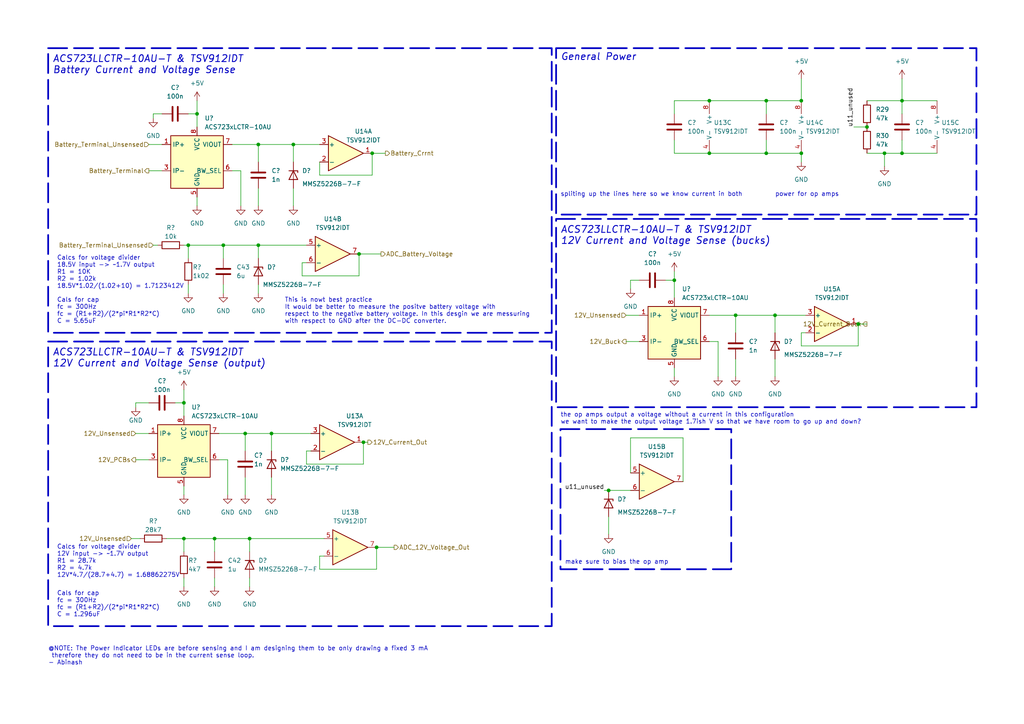
<source format=kicad_sch>
(kicad_sch (version 20230121) (generator eeschema)
  (paper "A4")
  (lib_symbols
    (symbol "Amplifier_Operational:TSV912IDT" (pin_names (offset 0.127))
      (property "Reference" "U" (at 0 5.08 0))
      (property "Value" "TSV912IDT" (at 0 -5.08 0))
      (symbol "TSV912IDT_1_1"
        (polyline (pts (xy -5.08 5.08) (xy 5.08 0) (xy -5.08 -5.08) (xy -5.08 5.08)) (stroke (width 0.254)) (fill (type background)))
        (pin output line (at 7.62 0 180) (length 2.54) (name "~") (number "1"))
        (pin input line (at -7.62 -2.54 0) (length 2.54) (name "-") (number "2"))
        (pin input line (at -7.62 2.54 0) (length 2.54) (name "+") (number "3"))
      )
      (symbol "TSV912IDT_2_1"
        (polyline (pts (xy -5.08 5.08) (xy 5.08 0) (xy -5.08 -5.08) (xy -5.08 5.08)) (stroke (width 0.254)) (fill (type background)))
        (pin input line (at -7.62 2.54 0) (length 2.54) (name "+") (number "5"))
        (pin input line (at -7.62 -2.54 0) (length 2.54) (name "-") (number "6"))
        (pin output line (at 7.62 0 180) (length 2.54) (name "~") (number "7"))
      )
      (symbol "TSV912IDT_3_1"
        (pin power_in line (at -2.54 -7.62 90) (length 3.81) (name "V-") (number "4"))
        (pin power_in line (at -2.54 7.62 270) (length 3.81) (name "V+") (number "8"))
      )
    )
    (symbol "Device:C" (pin_numbers hide) (pin_names (offset 0.254))
      (property "Reference" "C" (at 0.635 2.54 0))
      (property "Value" "C" (at 0.635 -2.54 0))
      (symbol "C_0_1"
        (polyline (pts (xy -2.032 -0.762) (xy 2.032 -0.762)) (stroke (width 0.508)))
        (polyline (pts (xy -2.032 0.762) (xy 2.032 0.762)) (stroke (width 0.508)))
      )
      (symbol "C_1_1"
        (pin passive line (at 0 3.81 270) (length 2.794) (name "~") (number "1"))
        (pin passive line (at 0 -3.81 90) (length 2.794) (name "~") (number "2"))
      )
    )
    (symbol "Device:D_Zener" (pin_numbers hide) (pin_names (offset 1.016) hide)
      (property "Reference" "D" (at 0 2.54 0))
      (property "Value" "D_Zener" (at 0 -2.54 0))
      (symbol "D_Zener_0_1"
        (polyline (pts (xy 1.27 0) (xy -1.27 0)))
        (polyline (pts (xy -1.27 -1.27) (xy -1.27 1.27) (xy -0.762 1.27)) (stroke (width 0.254)))
        (polyline (pts (xy 1.27 -1.27) (xy 1.27 1.27) (xy -1.27 0) (xy 1.27 -1.27)) (stroke (width 0.254)))
      )
      (symbol "D_Zener_1_1"
        (pin passive line (at -3.81 0 0) (length 2.54) (name "K") (number "1"))
        (pin passive line (at 3.81 0 180) (length 2.54) (name "A") (number "2"))
      )
    )
    (symbol "Device:R" (pin_numbers hide) (pin_names (offset 0))
      (property "Reference" "R" (at 2.032 0 90))
      (property "Value" "R" (at 0 0 90))
      (symbol "R_0_1"
        (rectangle (start -1.016 -2.54) (end 1.016 2.54) (stroke (width 0.254)))
      )
      (symbol "R_1_1"
        (pin passive line (at 0 3.81 270) (length 1.27) (name "~") (number "1"))
        (pin passive line (at 0 -3.81 90) (length 1.27) (name "~") (number "2"))
      )
    )
    (symbol "Sensor_Current:ACS723xLCTR-10AU"
      (property "Reference" "U" (at 2.54 11.43 0))
      (property "Value" "ACS723xLCTR-10AU" (at 2.54 8.89 0))
      (symbol "ACS723xLCTR-10AU_0_1"
        (rectangle (start -7.62 7.62) (end 7.62 -7.62) (stroke (width 0.254)) (fill (type background)))
      )
      (symbol "ACS723xLCTR-10AU_1_1"
        (pin passive line (at -10.16 5.08 0) (length 2.54) (name "IP+") (number "1"))
        (pin passive line (at -10.16 5.08 0) (length 2.54) hide (name "IP+") (number "2"))
        (pin passive line (at -10.16 -2.54 0) (length 2.54) (name "IP-") (number "3"))
        (pin passive line (at -10.16 -2.54 0) (length 2.54) hide (name "IP-") (number "4"))
        (pin power_in line (at 0 -10.16 90) (length 2.54) (name "GND") (number "5"))
        (pin input line (at 10.16 -2.54 180) (length 2.54) (name "BW_SEL") (number "6"))
        (pin output line (at 10.16 5.08 180) (length 2.54) (name "VIOUT") (number "7"))
        (pin power_in line (at 0 10.16 270) (length 2.54) (name "VCC") (number "8"))
      )
    )
    (symbol "power:+5V" (power) (pin_names (offset 0))
      (property "Value" "+5V" (at 0 3.556 0))
      (symbol "+5V_0_1"
        (polyline (pts (xy -0.762 1.27) (xy 0 2.54)))
        (polyline (pts (xy 0 0) (xy 0 2.54)))
        (polyline (pts (xy 0 2.54) (xy 0.762 1.27)))
      )
      (symbol "+5V_1_1"
        (pin power_in line (at 0 0 90) (length 0) hide (name "+5V") (number "1"))
      )
    )
    (symbol "power:GND" (power) (pin_names (offset 0))
      (property "Value" "GND" (at 0 -3.81 0))
      (symbol "GND_0_1"
        (polyline (pts (xy 0 0) (xy 0 -1.27) (xy 1.27 -1.27) (xy 0 -2.54) (xy -1.27 -1.27) (xy 0 -1.27)))
      )
      (symbol "GND_1_1"
        (pin power_in line (at 0 0 270) (length 0) hide (name "GND") (number "1"))
      )
    )
  )
  (junction (at 256.54 44.45))
  (junction (at 232.41 44.45))
  (junction (at 107.95 44.45))
  (junction (at 78.74 125.73))
  (junction (at 62.23 156.21))
  (junction (at 57.15 33.02))
  (junction (at 261.62 29.21))
  (junction (at 109.22 158.75))
  (junction (at 105.41 128.27))
  (junction (at 104.14 73.66))
  (junction (at 71.12 125.73))
  (junction (at 222.25 44.45))
  (junction (at 195.58 81.28))
  (junction (at 261.62 44.45))
  (junction (at 248.92 93.98))
  (junction (at 224.79 91.44))
  (junction (at 232.41 29.21))
  (junction (at 205.74 44.45))
  (junction (at 54.61 71.12))
  (junction (at 251.46 36.83))
  (junction (at 213.36 91.44))
  (junction (at 64.77 71.12))
  (junction (at 72.39 156.21))
  (junction (at 74.93 71.12))
  (junction (at 205.74 29.21))
  (junction (at 176.53 142.24))
  (junction (at 53.34 116.84))
  (junction (at 222.25 29.21))
  (junction (at 74.93 41.91))
  (junction (at 53.34 156.21))
  (junction (at 85.09 41.91))
  (wire (pts (xy 208.28 99.06) (xy 208.28 109.22)))
  (wire (pts (xy 63.5 133.35) (xy 66.04 133.35)))
  (wire (pts (xy 205.74 99.06) (xy 208.28 99.06)))
  (wire (pts (xy 57.15 33.02) (xy 57.15 36.83)))
  (wire (pts (xy 109.22 165.1) (xy 109.22 158.75)))
  (wire (pts (xy 182.88 81.28) (xy 185.42 81.28)))
  (wire (pts (xy 44.45 71.12) (xy 45.72 71.12)))
  (wire (pts (xy 251.46 44.45) (xy 256.54 44.45)))
  (wire (pts (xy 74.93 71.12) (xy 74.93 74.93)))
  (wire (pts (xy 74.93 54.61) (xy 74.93 59.69)))
  (wire (pts (xy 43.18 49.53) (xy 46.99 49.53)))
  (wire (pts (xy 261.62 44.45) (xy 271.78 44.45)))
  (wire (pts (xy 71.12 125.73) (xy 78.74 125.73)))
  (wire (pts (xy 48.26 156.21) (xy 53.34 156.21)))
  (wire (pts (xy 251.46 29.21) (xy 261.62 29.21)))
  (wire (pts (xy 50.8 116.84) (xy 53.34 116.84)))
  (wire (pts (xy 53.34 156.21) (xy 62.23 156.21)))
  (wire (pts (xy 40.64 156.21) (xy 38.1 156.21)))
  (wire (pts (xy 213.36 91.44) (xy 213.36 96.52)))
  (wire (pts (xy 261.62 22.86) (xy 261.62 29.21)))
  (wire (pts (xy 222.25 44.45) (xy 232.41 44.45)))
  (wire (pts (xy 224.79 91.44) (xy 224.79 96.52)))
  (wire (pts (xy 195.58 106.68) (xy 195.58 109.22)))
  (wire (pts (xy 224.79 91.44) (xy 233.68 91.44)))
  (wire (pts (xy 232.41 96.52) (xy 232.41 100.33)))
  (wire (pts (xy 271.78 29.21) (xy 261.62 29.21)))
  (wire (pts (xy 62.23 167.64) (xy 62.23 170.18)))
  (wire (pts (xy 74.93 41.91) (xy 85.09 41.91)))
  (wire (pts (xy 205.74 91.44) (xy 213.36 91.44)))
  (wire (pts (xy 182.88 137.16) (xy 182.88 127)))
  (wire (pts (xy 62.23 156.21) (xy 62.23 160.02)))
  (wire (pts (xy 39.37 116.84) (xy 39.37 118.11)))
  (wire (pts (xy 224.79 104.14) (xy 224.79 109.22)))
  (wire (pts (xy 232.41 22.86) (xy 232.41 29.21)))
  (wire (pts (xy 195.58 29.21) (xy 205.74 29.21)))
  (wire (pts (xy 53.34 167.64) (xy 53.34 170.18)))
  (wire (pts (xy 54.61 82.55) (xy 54.61 85.09)))
  (wire (pts (xy 92.71 165.1) (xy 109.22 165.1)))
  (wire (pts (xy 78.74 125.73) (xy 90.17 125.73)))
  (wire (pts (xy 87.63 76.2) (xy 87.63 80.01)))
  (wire (pts (xy 39.37 133.35) (xy 43.18 133.35)))
  (wire (pts (xy 107.95 44.45) (xy 107.95 50.8)))
  (wire (pts (xy 78.74 130.81) (xy 78.74 125.73)))
  (wire (pts (xy 53.34 116.84) (xy 53.34 120.65)))
  (wire (pts (xy 248.92 93.98) (xy 251.46 93.98)))
  (wire (pts (xy 90.17 130.81) (xy 88.9 130.81)))
  (wire (pts (xy 54.61 71.12) (xy 54.61 74.93)))
  (wire (pts (xy 63.5 125.73) (xy 71.12 125.73)))
  (wire (pts (xy 205.74 44.45) (xy 195.58 44.45)))
  (wire (pts (xy 85.09 41.91) (xy 85.09 46.99)))
  (wire (pts (xy 261.62 29.21) (xy 261.62 33.02)))
  (wire (pts (xy 69.85 49.53) (xy 69.85 59.69)))
  (wire (pts (xy 175.26 142.24) (xy 176.53 142.24)))
  (wire (pts (xy 92.71 161.29) (xy 92.71 165.1)))
  (wire (pts (xy 64.77 82.55) (xy 64.77 85.09)))
  (wire (pts (xy 198.12 127) (xy 198.12 139.7)))
  (wire (pts (xy 88.9 134.62) (xy 105.41 134.62)))
  (wire (pts (xy 85.09 54.61) (xy 85.09 59.69)))
  (wire (pts (xy 181.61 99.06) (xy 185.42 99.06)))
  (wire (pts (xy 222.25 29.21) (xy 222.25 33.02)))
  (wire (pts (xy 247.65 36.83) (xy 251.46 36.83)))
  (wire (pts (xy 195.58 33.02) (xy 195.58 29.21)))
  (wire (pts (xy 195.58 44.45) (xy 195.58 40.64)))
  (wire (pts (xy 67.31 41.91) (xy 74.93 41.91)))
  (wire (pts (xy 195.58 81.28) (xy 195.58 86.36)))
  (wire (pts (xy 87.63 80.01) (xy 104.14 80.01)))
  (wire (pts (xy 43.18 116.84) (xy 39.37 116.84)))
  (wire (pts (xy 256.54 44.45) (xy 256.54 48.26)))
  (wire (pts (xy 232.41 100.33) (xy 248.92 100.33)))
  (wire (pts (xy 111.76 44.45) (xy 107.95 44.45)))
  (wire (pts (xy 67.31 49.53) (xy 69.85 49.53)))
  (wire (pts (xy 195.58 78.74) (xy 195.58 81.28)))
  (wire (pts (xy 92.71 161.29) (xy 93.98 161.29)))
  (wire (pts (xy 44.45 34.29) (xy 44.45 33.02)))
  (wire (pts (xy 104.14 80.01) (xy 104.14 73.66)))
  (wire (pts (xy 53.34 71.12) (xy 54.61 71.12)))
  (wire (pts (xy 181.61 91.44) (xy 185.42 91.44)))
  (wire (pts (xy 72.39 167.64) (xy 72.39 170.18)))
  (wire (pts (xy 66.04 133.35) (xy 66.04 143.51)))
  (wire (pts (xy 88.9 76.2) (xy 87.63 76.2)))
  (wire (pts (xy 232.41 44.45) (xy 232.41 46.99)))
  (wire (pts (xy 222.25 29.21) (xy 232.41 29.21)))
  (wire (pts (xy 176.53 142.24) (xy 182.88 142.24)))
  (wire (pts (xy 71.12 125.73) (xy 71.12 130.81)))
  (wire (pts (xy 92.71 46.99) (xy 92.71 50.8)))
  (wire (pts (xy 53.34 156.21) (xy 53.34 160.02)))
  (wire (pts (xy 64.77 71.12) (xy 64.77 74.93)))
  (wire (pts (xy 44.45 33.02) (xy 46.99 33.02)))
  (wire (pts (xy 193.04 81.28) (xy 195.58 81.28)))
  (wire (pts (xy 74.93 71.12) (xy 88.9 71.12)))
  (wire (pts (xy 64.77 71.12) (xy 74.93 71.12)))
  (wire (pts (xy 53.34 113.03) (xy 53.34 116.84)))
  (wire (pts (xy 54.61 33.02) (xy 57.15 33.02)))
  (wire (pts (xy 110.49 73.66) (xy 104.14 73.66)))
  (wire (pts (xy 222.25 40.64) (xy 222.25 44.45)))
  (wire (pts (xy 62.23 156.21) (xy 72.39 156.21)))
  (wire (pts (xy 54.61 71.12) (xy 64.77 71.12)))
  (wire (pts (xy 105.41 128.27) (xy 106.68 128.27)))
  (wire (pts (xy 182.88 83.82) (xy 182.88 81.28)))
  (wire (pts (xy 53.34 140.97) (xy 53.34 143.51)))
  (wire (pts (xy 78.74 138.43) (xy 78.74 143.51)))
  (wire (pts (xy 88.9 130.81) (xy 88.9 134.62)))
  (wire (pts (xy 71.12 138.43) (xy 71.12 143.51)))
  (wire (pts (xy 43.18 41.91) (xy 46.99 41.91)))
  (wire (pts (xy 205.74 29.21) (xy 222.25 29.21)))
  (wire (pts (xy 105.41 134.62) (xy 105.41 128.27)))
  (wire (pts (xy 248.92 100.33) (xy 248.92 93.98)))
  (wire (pts (xy 176.53 149.86) (xy 176.53 154.94)))
  (wire (pts (xy 182.88 127) (xy 198.12 127)))
  (wire (pts (xy 109.22 158.75) (xy 114.3 158.75)))
  (wire (pts (xy 232.41 96.52) (xy 233.68 96.52)))
  (wire (pts (xy 261.62 40.64) (xy 261.62 44.45)))
  (wire (pts (xy 74.93 82.55) (xy 74.93 85.09)))
  (wire (pts (xy 256.54 44.45) (xy 261.62 44.45)))
  (wire (pts (xy 107.95 50.8) (xy 92.71 50.8)))
  (wire (pts (xy 213.36 91.44) (xy 224.79 91.44)))
  (wire (pts (xy 57.15 29.21) (xy 57.15 33.02)))
  (wire (pts (xy 213.36 104.14) (xy 213.36 109.22)))
  (wire (pts (xy 72.39 156.21) (xy 72.39 160.02)))
  (wire (pts (xy 57.15 57.15) (xy 57.15 59.69)))
  (wire (pts (xy 72.39 156.21) (xy 93.98 156.21)))
  (wire (pts (xy 74.93 41.91) (xy 74.93 46.99)))
  (wire (pts (xy 39.37 125.73) (xy 43.18 125.73)))
  (wire (pts (xy 205.74 44.45) (xy 222.25 44.45)))
  (wire (pts (xy 85.09 41.91) (xy 92.71 41.91)))
  (rectangle (start 162.56 124.46) (end 212.09 165.1) (stroke (width 0.5) (type dash)))
  (rectangle (start 161.29 13.97) (end 283.21 62.23) (stroke (width 0.5) (type dash)))
  (rectangle (start 13.97 13.97) (end 160.02 96.52) (stroke (width 0.5) (type dash)))
  (rectangle (start 161.29 63.5) (end 283.21 118.11) (stroke (width 0.5) (type dash)))
  (rectangle (start 13.97 99.06) (end 160.02 181.61) (stroke (width 0.5) (type dash)))
  (text "Cals for cap\nfc = 300Hz\nfc = (R1+R2)/(2*pi*R1*R2*C)\nC = 5.65uF" (at 16.51 93.98 0) (effects (font (size 1.27 1.27)) (justify left bottom)))
  (text "make sure to bias the op amp" (at 163.83 163.83 0) (effects (font (size 1.27 1.27)) (justify left bottom)))
  (text "the op amps output a voltage without a current in this configuration\nwe want to make the output voltage 1.7ish V so that we have room to go up and down?" (at 162.56 123.19 0) (effects (font (size 1.27 1.27)) (justify left bottom)))
  (text "Calcs for voltage divider\n12V input -> ~1.7V output\nR1 = 28.7k\nR2 = 4.7k\n12V*4.7/(28.7+4.7) = 1.68862275V" (at 16.51 167.64 0) (effects (font (size 1.27 1.27)) (justify left bottom)))
  (text "General Power" (at 162.56 17.78 0) (effects (font (size 2 2) (thickness 0.254) bold italic) (justify left bottom)))
  (text "ACS723LLCTR-10AU-T & TSV912IDT \nBattery Current and Voltage Sense\n" (at 15.24 21.59 0) (effects (font (size 2 2) (thickness 0.254) bold italic) (justify left bottom)))
  (text "This is nowt best practice\nIt would be better to measure the positve battery voltage with \nrespect to the negative battery voltage. In this desgin we are messuring\nwith respect to GND after the DC-DC converter." (at 82.55 93.98 0) (effects (font (size 1.27 1.27)) (justify left bottom)))
  (text "Calcs for voltage divider\n18.5V input -> ~1.7V output\nR1 = 10K \nR2 = 1.02k\n18.5V*1.02/(1.02+10) = 1.7123412V" (at 16.51 83.82 0) (effects (font (size 1.27 1.27)) (justify left bottom)))
  (text "ACS723LLCTR-10AU-T & TSV912IDT \n12V Current and Voltage Sense (output)\n" (at 15.24 106.68 0) (effects (font (size 2 2) (thickness 0.254) bold italic) (justify left bottom)))
  (text "ACS723LLCTR-10AU-T & TSV912IDT \n12V Current and Voltage Sense (bucks)\n" (at 162.56 71.12 0) (effects (font (size 2 2) (thickness 0.254) bold italic) (justify left bottom)))
  (text "spliting up the lines here so we know current in both\n" (at 162.56 57.15 0) (effects (font (size 1.27 1.27)) (justify left bottom)))
  (text "power for op amps" (at 224.79 57.15 0) (effects (font (size 1.27 1.27)) (justify left bottom)))
  (text "Cals for cap\nfc = 300Hz\nfc = (R1+R2)/(2*pi*R1*R2*C)\nC = 1.296uF" (at 16.51 179.07 0) (effects (font (size 1.27 1.27)) (justify left bottom)))
  (text "@NOTE: The Power Indicator LEDs are before sensing and I am designing them to be only drawing a fixed 3 mA\n therefore they do not need to be in the current sense loop.\n- Abinash " (at 13.97 193.04 0) (effects (font (size 1.27 1.27)) (justify left bottom)))
  (label "u11_unused" (at 247.65 36.83 90))
  (label "u11_unused" (at 175.26 142.24 180))
  (hierarchical_label "Battery_Terminal_Unsensed" (shape input) (at 44.45 71.12 180))
  (hierarchical_label "12V_PCBs" (shape output) (at 39.37 133.35 180))
  (hierarchical_label "12V_Buck" (shape output) (at 181.61 99.06 180))
  (hierarchical_label "ADC_12V_Voltage_Out" (shape output) (at 114.3 158.75 0))
  (hierarchical_label "ADC_Battery_Voltage" (shape output) (at 110.49 73.66 0))
  (hierarchical_label "12V_Unsensed" (shape input) (at 181.61 91.44 180))
  (hierarchical_label "12V_Unsensed" (shape input) (at 38.1 156.21 180))
  (hierarchical_label "12V_Unsensed" (shape input) (at 39.37 125.73 180))
  (hierarchical_label "Battery_Crrnt" (shape output) (at 111.76 44.45 0))
  (hierarchical_label "12V_Current_Out" (shape output) (at 106.68 128.27 0))
  (hierarchical_label "Battery_Terminal" (shape output) (at 43.18 49.53 180))
  (hierarchical_label "12V_Current_Buck" (shape output) (at 251.46 93.98 180))
  (hierarchical_label "Battery_Terminal_Unsensed" (shape input) (at 43.18 41.91 180))
  (symbol (lib_id "power:GND") (at 54.61 85.09 0) (unit 1)
    (property "Reference" "#PWR?" (effects hide))
    (property "Value" "GND" (at 54.61 90.17 0))
    (instances (project "Batt-Power-Prototype-2023_Lucy_V1" (path "" (reference "#PWR?") (unit 1)) (path "" (reference "#PWR085") (unit 1))))
  )
  (symbol (lib_id "Device:R") (at 54.61 78.74 0) (unit 1)
    (property "Reference" "R?" (at 55.88 77.47 0) (effects (justify left)))
    (property "Value" "1k02" (at 55.88 80.01 0) (effects (justify left)))
    (property "Footprint" "Resistor_SMD:R_0603_1608Metric" (effects hide))
    (instances (project "Batt-Power-Prototype-2023_Lucy_V1" (path "" (reference "R?") (unit 1)) (path "" (reference "R28") (unit 1))))
  )
  (symbol (lib_id "power:GND") (at 71.12 143.51 0) (unit 1)
    (property "Reference" "#PWR?" (effects hide))
    (property "Value" "GND" (at 71.12 148.59 0))
    (instances (project "Batt-Power-Prototype-2023_Lucy_V1" (path "" (reference "#PWR?") (unit 1)) (path "" (reference "#PWR082") (unit 1))))
  )
  (symbol (lib_id "power:GND") (at 232.41 46.99 0) (unit 1)
    (property "Reference" "#PWR?" (effects hide))
    (property "Value" "GND" (at 232.41 52.07 0))
    (instances (project "Batt-Power-Prototype-2023_Lucy_V1" (path "" (reference "#PWR?") (unit 1)) (path "" (reference "#PWR075") (unit 1))))
  )
  (symbol (lib_id "Amplifier_Operational:TSV912IDT") (at 96.52 73.66 0) (unit 2)
    (property "Reference" "U14" (at 96.52 63.5 0))
    (property "Value" "TSV912IDT" (at 96.52 66.04 0))
    (property "Footprint" "BP_FTP:SO8_STM" (effects hide))
    (property "Datasheet" "www.st.com/resource/en/datasheet/tsv911.pdf" (effects hide))
    (property "Digikey #" "497-8165-2-ND" (effects hide))
  )
  (symbol (lib_id "power:GND") (at 57.15 59.69 0) (unit 1)
    (property "Reference" "#PWR?" (effects hide))
    (property "Value" "GND" (at 57.15 64.77 0))
    (instances (project "Batt-Power-Prototype-2023_Lucy_V1" (path "" (reference "#PWR?") (unit 1)) (path "" (reference "#PWR077") (unit 1))))
  )
  (symbol (lib_id "power:GND") (at 74.93 85.09 0) (unit 1)
    (property "Reference" "#PWR?" (effects hide))
    (property "Value" "GND" (at 74.93 90.17 0))
    (instances (project "Batt-Power-Prototype-2023_Lucy_V1" (path "" (reference "#PWR?") (unit 1)) (path "" (reference "#PWR079") (unit 1))))
  )
  (symbol (lib_id "Device:D_Zener") (at 78.74 134.62 270) (unit 1)
    (property "Reference" "D?" (at 81.28 133.35 90) (effects (justify left)))
    (property "Value" "MMSZ5226B-7-F" (at 81.28 135.89 90) (effects (justify left)))
    (property "Footprint" "Diode_SMD:D_SOD-123" (effects hide))
    (property "Datasheet" "https://www.diodes.com/assets/Datasheets/ds18010.pdf" (effects hide))
    (property "Digikey #" "MMSZ5226B-FDICT-ND" (effects hide))
    (property "JLCPCB Part#(Optional)" "C155250" (effects hide))
    (instances (project "Batt-Power-Prototype-2023_Lucy_V1" (path "" (reference "D?") (unit 1)) (path "" (reference "D18") (unit 1))))
  )
  (symbol (lib_id "power:+5V") (at 232.41 22.86 0) (unit 1)
    (property "Reference" "#PWR095" (effects hide))
    (property "Value" "+5V" (at 232.41 17.78 0))
  )
  (symbol (lib_id "Amplifier_Operational:TSV912IDT") (at 100.33 44.45 0) (unit 1)
    (property "Reference" "U14" (at 105.41 38.1 0))
    (property "Value" "TSV912IDT" (at 105.41 40.64 0))
    (property "Footprint" "BP_FTP:SO8_STM" (effects hide))
    (property "Datasheet" "www.st.com/resource/en/datasheet/tsv911.pdf" (effects hide))
    (property "Digikey #" "497-8165-2-ND" (effects hide))
  )
  (symbol (lib_id "power:GND") (at 72.39 170.18 0) (unit 1)
    (property "Reference" "#PWR?" (effects hide))
    (property "Value" "GND" (at 72.39 175.26 0))
    (instances (project "Batt-Power-Prototype-2023_Lucy_V1" (path "" (reference "#PWR?") (unit 1)) (path "" (reference "#PWR096") (unit 1))))
  )
  (symbol (lib_id "power:GND") (at 195.58 109.22 0) (unit 1)
    (property "Reference" "#PWR?" (effects hide))
    (property "Value" "GND" (at 195.58 114.3 0))
    (instances (project "Batt-Power-Prototype-2023_Lucy_V1" (path "" (reference "#PWR?") (unit 1)) (path "" (reference "#PWR091") (unit 1))))
  )
  (symbol (lib_id "Amplifier_Operational:TSV912IDT") (at 274.32 36.83 0) (unit 3)
    (property "Reference" "U15" (at 273.05 35.56 0) (effects (justify left)))
    (property "Value" "TSV912IDT" (at 273.05 38.1 0) (effects (justify left)))
    (property "Footprint" "BP_FTP:SO8_STM" (effects hide))
    (property "Datasheet" "www.st.com/resource/en/datasheet/tsv911.pdf" (effects hide))
    (property "Digikey #" "497-8165-2-ND" (effects hide))
  )
  (symbol (lib_id "Device:C") (at 195.58 36.83 0) (unit 1)
    (property "Reference" "C?" (at 199.39 35.56 0) (effects (justify left)))
    (property "Value" "100n" (at 199.39 38.1 0) (effects (justify left)))
    (property "Footprint" "Capacitor_SMD:C_0603_1608Metric" (effects hide))
    (instances (project "Batt-Power-Prototype-2023_Lucy_V1" (path "" (reference "C?") (unit 1)) (path "" (reference "C47") (unit 1))))
  )
  (symbol (lib_id "Device:C") (at 50.8 33.02 90) (unit 1)
    (property "Reference" "C?" (at 50.8 25.4 90))
    (property "Value" "100n" (at 50.8 27.94 90))
    (property "Footprint" "Capacitor_SMD:C_0402_1005Metric" (effects hide))
    (property "JLCPCB Part#(Optional)" "C1525" (effects hide))
    (instances (project "Batt-Power-Prototype-2023_Lucy_V1" (path "" (reference "C?") (unit 1)) (path "" (reference "C41") (unit 1))))
  )
  (symbol (lib_id "power:GND") (at 78.74 143.51 0) (unit 1)
    (property "Reference" "#PWR?" (effects hide))
    (property "Value" "GND" (at 78.74 148.59 0))
    (instances (project "Batt-Power-Prototype-2023_Lucy_V1" (path "" (reference "#PWR?") (unit 1)) (path "" (reference "#PWR087") (unit 1))))
  )
  (symbol (lib_id "power:+5V") (at 195.58 78.74 0) (unit 1)
    (property "Reference" "#PWR090" (effects hide))
    (property "Value" "+5V" (at 195.58 73.66 0))
  )
  (symbol (lib_id "Amplifier_Operational:TSV912IDT") (at 190.5 139.7 0) (unit 2)
    (property "Reference" "U15" (at 190.5 129.54 0))
    (property "Value" "TSV912IDT" (at 190.5 132.08 0))
    (property "Footprint" "BP_FTP:SO8_STM" (effects hide))
    (property "Datasheet" "www.st.com/resource/en/datasheet/tsv911.pdf" (effects hide))
    (property "Digikey #" "497-8165-2-ND" (effects hide))
  )
  (symbol (lib_id "power:GND") (at 44.45 34.29 0) (unit 1)
    (property "Reference" "#PWR?" (effects hide))
    (property "Value" "GND" (at 44.45 39.37 0))
    (instances (project "Batt-Power-Prototype-2023_Lucy_V1" (path "" (reference "#PWR?") (unit 1)) (path "" (reference "#PWR071") (unit 1))))
  )
  (symbol (lib_id "power:+5V") (at 57.15 29.21 0) (unit 1)
    (property "Reference" "#PWR076" (effects hide))
    (property "Value" "+5V" (at 57.15 24.13 0))
  )
  (symbol (lib_id "Device:C") (at 261.62 36.83 0) (unit 1)
    (property "Reference" "C?" (at 265.43 35.56 0) (effects (justify left)))
    (property "Value" "100n" (at 265.43 38.1 0) (effects (justify left)))
    (property "Footprint" "Capacitor_SMD:C_0603_1608Metric" (effects hide))
    (instances (project "Batt-Power-Prototype-2023_Lucy_V1" (path "" (reference "C?") (unit 1)) (path "" (reference "C50") (unit 1))))
  )
  (symbol (lib_id "power:GND") (at 176.53 154.94 0) (unit 1)
    (property "Reference" "#PWR?" (effects hide))
    (property "Value" "GND" (at 176.53 160.02 0))
    (instances (project "Batt-Power-Prototype-2023_Lucy_V1" (path "" (reference "#PWR?") (unit 1)) (path "" (reference "#PWR097") (unit 1))))
  )
  (symbol (lib_id "Device:C") (at 222.25 36.83 0) (unit 1)
    (property "Reference" "C?" (at 226.06 35.56 0) (effects (justify left)))
    (property "Value" "100n" (at 226.06 38.1 0) (effects (justify left)))
    (property "Footprint" "Capacitor_SMD:C_0603_1608Metric" (effects hide))
    (instances (project "Batt-Power-Prototype-2023_Lucy_V1" (path "" (reference "C?") (unit 1)) (path "" (reference "C49") (unit 1))))
  )
  (symbol (lib_id "power:GND") (at 53.34 143.51 0) (unit 1)
    (property "Reference" "#PWR?" (effects hide))
    (property "Value" "GND" (at 53.34 148.59 0))
    (instances (project "Batt-Power-Prototype-2023_Lucy_V1" (path "" (reference "#PWR?") (unit 1)) (path "" (reference "#PWR073") (unit 1))))
  )
  (symbol (lib_id "power:+5V") (at 261.62 22.86 0) (unit 1)
    (property "Reference" "#PWR098" (effects hide))
    (property "Value" "+5V" (at 261.62 17.78 0))
  )
  (symbol (lib_id "Sensor_Current:ACS723xLCTR-10AU") (at 57.15 46.99 0) (unit 1)
    (property "Reference" "U?" (at 59.3441 34.29 0) (effects (justify left)))
    (property "Value" "ACS723xLCTR-10AU" (at 59.3441 36.83 0) (effects (justify left)))
    (property "Footprint" "Package_SO:SOIC-8_3.9x4.9mm_P1.27mm" (effects hide))
    (property "Datasheet" "http://www.allegromicro.com/~/media/Files/Datasheets/ACS723-Datasheet.ashx?la=en" (effects hide))
    (instances (project "Batt-Power-Prototype-2023_Lucy_V1" (path "" (reference "U?") (unit 1)) (path "" (reference "U12") (unit 1))))
  )
  (symbol (lib_id "Device:C") (at 213.36 100.33 0) (unit 1)
    (property "Reference" "C?" (at 217.17 99.06 0) (effects (justify left)))
    (property "Value" "1n" (at 217.17 101.6 0) (effects (justify left)))
    (property "Footprint" "Capacitor_SMD:C_0402_1005Metric" (effects hide))
    (instances (project "Batt-Power-Prototype-2023_Lucy_V1" (path "" (reference "C?") (unit 1)) (path "" (reference "C48") (unit 1))))
  )
  (symbol (lib_id "Device:C") (at 74.93 50.8 0) (unit 1)
    (property "Reference" "C?" (at 78.74 49.53 0) (effects (justify left)))
    (property "Value" "1n" (at 78.74 52.07 0) (effects (justify left)))
    (property "Footprint" "Capacitor_SMD:C_0402_1005Metric" (effects hide))
    (instances (project "Batt-Power-Prototype-2023_Lucy_V1" (path "" (reference "C?") (unit 1)) (path "" (reference "C45") (unit 1))))
  )
  (symbol (lib_id "Device:C") (at 46.99 116.84 270) (unit 1)
    (property "Reference" "C?" (at 46.99 110.49 90))
    (property "Value" "100n" (at 46.99 113.03 90))
    (property "Footprint" "Capacitor_SMD:C_0603_1608Metric" (effects hide))
    (instances (project "Batt-Power-Prototype-2023_Lucy_V1" (path "" (reference "C?") (unit 1)) (path "" (reference "C40") (unit 1))))
  )
  (symbol (lib_id "power:GND") (at 224.79 109.22 0) (unit 1)
    (property "Reference" "#PWR?" (effects hide))
    (property "Value" "GND" (at 224.79 114.3 0))
    (instances (project "Batt-Power-Prototype-2023_Lucy_V1" (path "" (reference "#PWR?") (unit 1)) (path "" (reference "#PWR074") (unit 1))))
  )
  (symbol (lib_id "power:GND") (at 53.34 170.18 0) (unit 1)
    (property "Reference" "#PWR?" (effects hide))
    (property "Value" "GND" (at 53.34 175.26 0))
    (instances (project "Batt-Power-Prototype-2023_Lucy_V1" (path "" (reference "#PWR?") (unit 1)) (path "" (reference "#PWR088") (unit 1))))
  )
  (symbol (lib_id "Sensor_Current:ACS723xLCTR-10AU") (at 195.58 96.52 0) (unit 1)
    (property "Reference" "U?" (at 197.7741 83.82 0) (effects (justify left)))
    (property "Value" "ACS723xLCTR-10AU" (at 197.7741 86.36 0) (effects (justify left)))
    (property "Footprint" "Package_SO:SOIC-8_3.9x4.9mm_P1.27mm" (effects hide))
    (property "Datasheet" "http://www.allegromicro.com/~/media/Files/Datasheets/ACS723-Datasheet.ashx?la=en" (effects hide))
    (instances (project "Batt-Power-Prototype-2023_Lucy_V1" (path "" (reference "U?") (unit 1)) (path "" (reference "U16") (unit 1))))
  )
  (symbol (lib_id "Device:D_Zener") (at 72.39 163.83 270) (unit 1)
    (property "Reference" "D?" (at 74.93 162.56 90) (effects (justify left)))
    (property "Value" "MMSZ5226B-7-F" (at 74.93 165.1 90) (effects (justify left)))
    (property "Footprint" "Diode_SMD:D_SOD-123" (effects hide))
    (property "Datasheet" "https://www.diodes.com/assets/Datasheets/ds18010.pdf" (effects hide))
    (property "Digikey #" "MMSZ5226B-FDICT-ND" (effects hide))
    (property "JLCPCB Part#(Optional)" "C155250" (effects hide))
    (instances (project "Batt-Power-Prototype-2023_Lucy_V1" (path "" (reference "D?") (unit 1)) (path "" (reference "D16") (unit 1))))
  )
  (symbol (lib_id "Device:D_Zener") (at 224.79 100.33 270) (unit 1)
    (property "Reference" "D?" (at 227.33 99.06 90) (effects (justify left)))
    (property "Value" "MMSZ5226B-7-F" (at 227.33 102.87 90) (effects (justify left)))
    (property "Footprint" "Diode_SMD:D_SOD-123" (effects hide))
    (property "Datasheet" "https://www.diodes.com/assets/Datasheets/ds18010.pdf" (effects hide))
    (property "Digikey #" "MMSZ5226B-FDICT-ND" (effects hide))
    (property "JLCPCB Part#(Optional)" "C155250" (effects hide))
    (instances (project "Batt-Power-Prototype-2023_Lucy_V1" (path "" (reference "D?") (unit 1)) (path "" (reference "D21") (unit 1))))
  )
  (symbol (lib_id "Amplifier_Operational:TSV912IDT") (at 234.95 36.83 0) (unit 3)
    (property "Reference" "U14" (at 233.68 35.56 0) (effects (justify left)))
    (property "Value" "TSV912IDT" (at 233.68 38.1 0) (effects (justify left)))
    (property "Footprint" "BP_FTP:SO8_STM" (effects hide))
    (property "Datasheet" "www.st.com/resource/en/datasheet/tsv911.pdf" (effects hide))
    (property "Digikey #" "497-8165-2-ND" (effects hide))
  )
  (symbol (lib_id "Device:C") (at 62.23 163.83 0) (unit 1)
    (property "Reference" "C42" (at 66.04 162.56 0) (effects (justify left)))
    (property "Value" "1u" (at 66.04 165.1 0) (effects (justify left)))
    (property "Footprint" "Capacitor_SMD:C_0603_1608Metric" (effects hide))
    (property "JLCPCB Part#(Optional)" "C28323" (effects hide))
  )
  (symbol (lib_id "Device:R") (at 53.34 163.83 0) (unit 1)
    (property "Reference" "R?" (at 54.61 162.56 0) (effects (justify left)))
    (property "Value" "4k7" (at 54.61 165.1 0) (effects (justify left)))
    (property "Footprint" "Resistor_SMD:R_0603_1608Metric" (effects hide))
    (instances (project "Batt-Power-Prototype-2023_Lucy_V1" (path "" (reference "R?") (unit 1)) (path "" (reference "R27") (unit 1))))
  )
  (symbol (lib_id "Amplifier_Operational:TSV912IDT") (at 241.3 93.98 0) (unit 1)
    (property "Reference" "U15" (at 241.3 83.82 0))
    (property "Value" "TSV912IDT" (at 241.3 86.36 0))
    (property "Footprint" "BP_FTP:SO8_STM" (effects hide))
    (property "Datasheet" "www.st.com/resource/en/datasheet/tsv911.pdf" (effects hide))
    (property "Digikey #" "497-8165-2-ND" (effects hide))
  )
  (symbol (lib_id "Device:C") (at 189.23 81.28 90) (unit 1)
    (property "Reference" "C?" (at 189.23 73.66 90))
    (property "Value" "100n" (at 189.23 76.2 90))
    (property "Footprint" "Capacitor_SMD:C_0603_1608Metric" (effects hide))
    (instances (project "Batt-Power-Prototype-2023_Lucy_V1" (path "" (reference "C?") (unit 1)) (path "" (reference "C46") (unit 1))))
  )
  (symbol (lib_id "Device:R") (at 44.45 156.21 90) (unit 1)
    (property "Reference" "R?" (at 44.45 151.13 90))
    (property "Value" "28k7" (at 44.45 153.67 90))
    (property "Footprint" "Resistor_SMD:R_0603_1608Metric" (effects hide))
    (instances (project "Batt-Power-Prototype-2023_Lucy_V1" (path "" (reference "R?") (unit 1)) (path "" (reference "R25") (unit 1))))
  )
  (symbol (lib_id "power:GND") (at 213.36 109.22 0) (unit 1)
    (property "Reference" "#PWR?" (effects hide))
    (property "Value" "GND" (at 213.36 114.3 0))
    (instances (project "Batt-Power-Prototype-2023_Lucy_V1" (path "" (reference "#PWR?") (unit 1)) (path "" (reference "#PWR093") (unit 1))))
  )
  (symbol (lib_id "Device:R") (at 251.46 33.02 0) (unit 1)
    (property "Reference" "R29" (at 254 31.75 0) (effects (justify left)))
    (property "Value" "47k" (at 254 34.29 0) (effects (justify left)))
    (property "Footprint" "Resistor_SMD:R_0805_2012Metric" (effects hide))
  )
  (symbol (lib_id "Device:D_Zener") (at 85.09 50.8 270) (unit 1)
    (property "Reference" "D?" (at 87.63 49.53 90) (effects (justify left)))
    (property "Value" "MMSZ5226B-7-F" (at 87.63 53.34 90) (effects (justify left)))
    (property "Footprint" "Diode_SMD:D_SOD-123" (effects hide))
    (property "Datasheet" "https://www.diodes.com/assets/Datasheets/ds18010.pdf" (effects hide))
    (property "Digikey #" "MMSZ5226B-FDICT-ND" (effects hide))
    (property "JLCPCB Part#(Optional)" "C155250" (effects hide))
    (instances (project "Batt-Power-Prototype-2023_Lucy_V1" (path "" (reference "D?") (unit 1)) (path "" (reference "D19") (unit 1))))
  )
  (symbol (lib_id "power:GND") (at 74.93 59.69 0) (unit 1)
    (property "Reference" "#PWR?" (effects hide))
    (property "Value" "GND" (at 74.93 64.77 0))
    (instances (project "Batt-Power-Prototype-2023_Lucy_V1" (path "" (reference "#PWR?") (unit 1)) (path "" (reference "#PWR084") (unit 1))))
  )
  (symbol (lib_id "power:GND") (at 69.85 59.69 0) (unit 1)
    (property "Reference" "#PWR?" (effects hide))
    (property "Value" "GND" (at 69.85 64.77 0))
    (instances (project "Batt-Power-Prototype-2023_Lucy_V1" (path "" (reference "#PWR?") (unit 1)) (path "" (reference "#PWR081") (unit 1))))
  )
  (symbol (lib_id "power:GND") (at 85.09 59.69 0) (unit 1)
    (property "Reference" "#PWR?" (effects hide))
    (property "Value" "GND" (at 85.09 64.77 0))
    (instances (project "Batt-Power-Prototype-2023_Lucy_V1" (path "" (reference "#PWR?") (unit 1)) (path "" (reference "#PWR086") (unit 1))))
  )
  (symbol (lib_id "Amplifier_Operational:TSV912IDT") (at 208.28 36.83 0) (unit 3)
    (property "Reference" "U13" (at 207.01 35.56 0) (effects (justify left)))
    (property "Value" "TSV912IDT" (at 207.01 38.1 0) (effects (justify left)))
    (property "Footprint" "BP_FTP:SO8_STM" (effects hide))
    (property "Datasheet" "www.st.com/resource/en/datasheet/tsv911.pdf" (effects hide))
    (property "Digikey #" "497-8165-2-ND" (effects hide))
  )
  (symbol (lib_id "Device:D_Zener") (at 176.53 146.05 270) (unit 1)
    (property "Reference" "D?" (at 179.07 144.78 90) (effects (justify left)))
    (property "Value" "MMSZ5226B-7-F" (at 179.07 148.59 90) (effects (justify left)))
    (property "Footprint" "Diode_SMD:D_SOD-123" (effects hide))
    (property "Datasheet" "https://www.diodes.com/assets/Datasheets/ds18010.pdf" (effects hide))
    (property "Digikey #" "MMSZ5226B-FDICT-ND" (effects hide))
    (property "JLCPCB Part#(Optional)" "C155250" (effects hide))
    (instances (project "Batt-Power-Prototype-2023_Lucy_V1" (path "" (reference "D?") (unit 1)) (path "" (reference "D20") (unit 1))))
  )
  (symbol (lib_id "power:GND") (at 64.77 85.09 0) (unit 1)
    (property "Reference" "#PWR?" (effects hide))
    (property "Value" "GND" (at 64.77 90.17 0))
    (instances (project "Batt-Power-Prototype-2023_Lucy_V1" (path "" (reference "#PWR?") (unit 1)) (path "" (reference "#PWR083") (unit 1))))
  )
  (symbol (lib_id "Device:C") (at 71.12 134.62 0) (unit 1)
    (property "Reference" "C?" (at 73.66 132.08 0) (effects (justify left)))
    (property "Value" "1n" (at 73.66 134.62 0) (effects (justify left)))
    (property "Footprint" "Capacitor_SMD:C_0402_1005Metric" (effects hide))
    (instances (project "Batt-Power-Prototype-2023_Lucy_V1" (path "" (reference "C?") (unit 1)) (path "" (reference "C44") (unit 1))))
  )
  (symbol (lib_id "Device:R") (at 251.46 40.64 0) (unit 1)
    (property "Reference" "R30" (at 254 39.37 0) (effects (justify left)))
    (property "Value" "47k" (at 254 41.91 0) (effects (justify left)))
    (property "Footprint" "Resistor_SMD:R_0805_2012Metric" (effects hide))
  )
  (symbol (lib_id "power:GND") (at 182.88 83.82 0) (unit 1)
    (property "Reference" "#PWR?" (effects hide))
    (property "Value" "GND" (at 182.88 88.9 0))
    (instances (project "Batt-Power-Prototype-2023_Lucy_V1" (path "" (reference "#PWR?") (unit 1)) (path "" (reference "#PWR089") (unit 1))))
  )
  (symbol (lib_id "Amplifier_Operational:TSV912IDT") (at 97.79 128.27 0) (unit 1)
    (property "Reference" "U13" (at 102.87 120.65 0))
    (property "Value" "TSV912IDT" (at 102.87 123.19 0))
    (property "Footprint" "BP_FTP:SO8_STM" (effects hide))
    (property "Datasheet" "www.st.com/resource/en/datasheet/tsv911.pdf" (effects hide))
    (property "Digikey #" "497-8165-2-ND" (effects hide))
  )
  (symbol (lib_id "power:GND") (at 208.28 109.22 0) (unit 1)
    (property "Reference" "#PWR?" (effects hide))
    (property "Value" "GND" (at 208.28 114.3 0))
    (instances (project "Batt-Power-Prototype-2023_Lucy_V1" (path "" (reference "#PWR?") (unit 1)) (path "" (reference "#PWR092") (unit 1))))
  )
  (symbol (lib_id "Amplifier_Operational:TSV912IDT") (at 101.6 158.75 0) (unit 2)
    (property "Reference" "U13" (at 101.6 148.59 0))
    (property "Value" "TSV912IDT" (at 101.6 151.13 0))
    (property "Footprint" "BP_FTP:SO8_STM" (effects hide))
    (property "Datasheet" "www.st.com/resource/en/datasheet/tsv911.pdf" (effects hide))
    (property "Digikey #" "497-8165-2-ND" (effects hide))
  )
  (symbol (lib_id "power:+5V") (at 53.34 113.03 0) (unit 1)
    (property "Reference" "#PWR072" (effects hide))
    (property "Value" "+5V" (at 53.34 107.95 0))
  )
  (symbol (lib_id "power:GND") (at 39.37 118.11 0) (unit 1)
    (property "Reference" "#PWR?" (effects hide))
    (property "Value" "GND" (at 39.37 121.92 0))
    (instances (project "Batt-Power-Prototype-2023_Lucy_V1" (path "" (reference "#PWR?") (unit 1)) (path "" (reference "#PWR070") (unit 1))))
  )
  (symbol (lib_id "Device:R") (at 49.53 71.12 90) (unit 1)
    (property "Reference" "R?" (at 49.53 66.04 90))
    (property "Value" "10k" (at 49.53 68.58 90))
    (property "Footprint" "Resistor_SMD:R_0603_1608Metric" (effects hide))
    (instances (project "Batt-Power-Prototype-2023_Lucy_V1" (path "" (reference "R?") (unit 1)) (path "" (reference "R26") (unit 1))))
  )
  (symbol (lib_id "Sensor_Current:ACS723xLCTR-10AU") (at 53.34 130.81 0) (unit 1)
    (property "Reference" "U?" (at 55.5341 118.11 0) (effects (justify left)))
    (property "Value" "ACS723xLCTR-10AU" (at 55.5341 120.65 0) (effects (justify left)))
    (property "Footprint" "Package_SO:SOIC-8_3.9x4.9mm_P1.27mm" (effects hide))
    (property "Datasheet" "http://www.allegromicro.com/~/media/Files/Datasheets/ACS723-Datasheet.ashx?la=en" (effects hide))
    (instances (project "Batt-Power-Prototype-2023_Lucy_V1" (path "" (reference "U?") (unit 1)) (path "" (reference "U11") (unit 1))))
  )
  (symbol (lib_id "power:GND") (at 256.54 48.26 0) (unit 1)
    (property "Reference" "#PWR?" (effects hide))
    (property "Value" "GND" (at 256.54 53.34 0))
    (instances (project "Batt-Power-Prototype-2023_Lucy_V1" (path "" (reference "#PWR?") (unit 1)) (path "" (reference "#PWR078") (unit 1))))
  )
  (symbol (lib_id "power:GND") (at 66.04 143.51 0) (unit 1)
    (property "Reference" "#PWR?" (effects hide))
    (property "Value" "GND" (at 66.04 148.59 0))
    (instances (project "Batt-Power-Prototype-2023_Lucy_V1" (path "" (reference "#PWR?") (unit 1)) (path "" (reference "#PWR080") (unit 1))))
  )
  (symbol (lib_id "Device:C") (at 64.77 78.74 0) (unit 1)
    (property "Reference" "C43" (at 68.58 77.47 0) (effects (justify left)))
    (property "Value" "6u" (at 68.58 80.01 0) (effects (justify left)))
    (property "Footprint" "Capacitor_SMD:C_0603_1608Metric" (effects hide))
  )
  (symbol (lib_id "power:GND") (at 62.23 170.18 0) (unit 1)
    (property "Reference" "#PWR?" (effects hide))
    (property "Value" "GND" (at 62.23 175.26 0))
    (instances (project "Batt-Power-Prototype-2023_Lucy_V1" (path "" (reference "#PWR?") (unit 1)) (path "" (reference "#PWR094") (unit 1))))
  )
  (symbol (lib_id "Device:D_Zener") (at 74.93 78.74 270) (unit 1)
    (property "Reference" "D?" (at 77.47 77.47 90) (effects (justify left)))
    (property "Value" "MMSZ5226B-7-F" (at 76.2 82.55 90) (effects (justify left)))
    (property "Footprint" "Diode_SMD:D_SOD-123" (effects hide))
    (property "Datasheet" "https://www.diodes.com/assets/Datasheets/ds18010.pdf" (effects hide))
    (property "Digikey #" "MMSZ5226B-FDICT-ND" (effects hide))
    (property "JLCPCB Part#(Optional)" "C155250" (effects hide))
    (instances (project "Batt-Power-Prototype-2023_Lucy_V1" (path "" (reference "D?") (unit 1)) (path "" (reference "D17") (unit 1))))
  )
)
</source>
